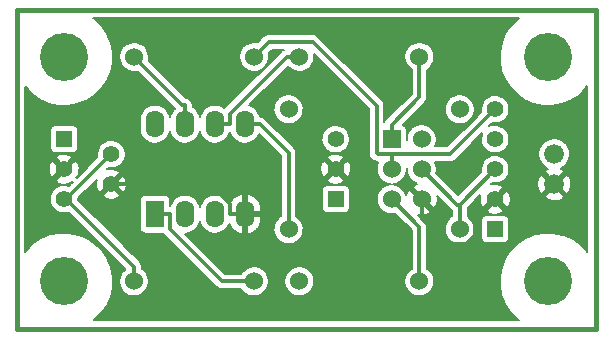
<source format=gbl>
G04 (created by PCBNEW-RS274X (2012-jan-04)-stable) date Sun 25 Mar 2012 06:39:35 PM CEST*
G01*
G70*
G90*
%MOIN*%
G04 Gerber Fmt 3.4, Leading zero omitted, Abs format*
%FSLAX34Y34*%
G04 APERTURE LIST*
%ADD10C,0.008000*%
%ADD11C,0.015000*%
%ADD12C,0.066000*%
%ADD13C,0.160000*%
%ADD14R,0.055000X0.055000*%
%ADD15C,0.055000*%
%ADD16R,0.060000X0.060000*%
%ADD17C,0.060000*%
%ADD18R,0.062000X0.090000*%
%ADD19O,0.062000X0.090000*%
%ADD20C,0.012000*%
G04 APERTURE END LIST*
G54D10*
G54D11*
X38976Y-12795D02*
X19684Y-12795D01*
X38976Y-23425D02*
X38976Y-12795D01*
X19684Y-23425D02*
X38976Y-23425D01*
X19684Y-12795D02*
X19684Y-23425D01*
G54D12*
X37598Y-17610D03*
X37598Y-18610D03*
G54D13*
X21259Y-14370D03*
G54D14*
X35630Y-20110D03*
G54D15*
X35630Y-19110D03*
X35630Y-18110D03*
X35630Y-17110D03*
X35630Y-16110D03*
G54D16*
X32177Y-17110D03*
G54D17*
X33177Y-17110D03*
X32177Y-18110D03*
X33177Y-18110D03*
X32177Y-19110D03*
X33177Y-19110D03*
G54D13*
X37401Y-21850D03*
X37401Y-14370D03*
X21259Y-21850D03*
G54D14*
X21260Y-17110D03*
G54D15*
X21260Y-18110D03*
X21260Y-19110D03*
G54D18*
X24287Y-19610D03*
G54D19*
X25287Y-19610D03*
X26287Y-19610D03*
X27287Y-19610D03*
X27287Y-16610D03*
X26287Y-16610D03*
X25287Y-16610D03*
X24287Y-16610D03*
G54D14*
X30315Y-19110D03*
G54D15*
X30315Y-18110D03*
X30315Y-17110D03*
G54D17*
X34449Y-20110D03*
X34449Y-16110D03*
X27590Y-14370D03*
X23590Y-14370D03*
X33102Y-21850D03*
X29102Y-21850D03*
X23591Y-21850D03*
X27591Y-21850D03*
X33102Y-14370D03*
X29102Y-14370D03*
G54D15*
X22835Y-17610D03*
X22835Y-18610D03*
G54D17*
X28740Y-16110D03*
X28740Y-20110D03*
G54D20*
X32177Y-17110D02*
X32177Y-16627D01*
X32177Y-16627D02*
X33102Y-15702D01*
X33102Y-15702D02*
X33102Y-14370D01*
X34358Y-19291D02*
X33177Y-18110D01*
X34449Y-19291D02*
X34358Y-19291D01*
X34449Y-20110D02*
X34449Y-19291D01*
X34449Y-19291D02*
X35630Y-18110D01*
X33102Y-20035D02*
X32177Y-19110D01*
X33102Y-21850D02*
X33102Y-20035D01*
X34130Y-17610D02*
X35630Y-16110D01*
X29552Y-13870D02*
X31677Y-15995D01*
X31677Y-15995D02*
X31677Y-17576D01*
X31711Y-17610D02*
X32177Y-17610D01*
X32177Y-17610D02*
X32177Y-18110D01*
X32177Y-17610D02*
X34130Y-17610D01*
X27590Y-14370D02*
X28090Y-13870D01*
X28090Y-13870D02*
X29552Y-13870D01*
X31677Y-17576D02*
X31711Y-17610D01*
X26794Y-19264D02*
X26794Y-19610D01*
X33177Y-19765D02*
X33177Y-19110D01*
X34955Y-20310D02*
X34660Y-20605D01*
X26140Y-18610D02*
X26794Y-19264D01*
X22835Y-18610D02*
X26140Y-18610D01*
X34660Y-20605D02*
X34017Y-20605D01*
X34017Y-20605D02*
X33177Y-19765D01*
X27287Y-19610D02*
X26794Y-19610D01*
X35630Y-19110D02*
X34955Y-19785D01*
X34955Y-19785D02*
X34955Y-20310D01*
X24780Y-20103D02*
X26527Y-21850D01*
X24287Y-19610D02*
X24780Y-19610D01*
X24780Y-19610D02*
X24780Y-20103D01*
X26527Y-21850D02*
X27591Y-21850D01*
X28674Y-14370D02*
X29102Y-14370D01*
X26780Y-16264D02*
X28674Y-14370D01*
X26780Y-16610D02*
X26780Y-16264D01*
X26287Y-16610D02*
X26780Y-16610D01*
X25197Y-15977D02*
X23590Y-14370D01*
X25287Y-15977D02*
X25197Y-15977D01*
X25287Y-16610D02*
X25287Y-15977D01*
X27780Y-16610D02*
X28740Y-17570D01*
X27287Y-16610D02*
X27780Y-16610D01*
X28740Y-17570D02*
X28740Y-20110D01*
X21335Y-19110D02*
X21260Y-19110D01*
X22835Y-17610D02*
X21335Y-19110D01*
X23591Y-21850D02*
X23591Y-21366D01*
X23591Y-21366D02*
X21335Y-19110D01*
G54D10*
G36*
X38701Y-20868D02*
X38667Y-20818D01*
X38443Y-20591D01*
X38178Y-20413D01*
X38166Y-20407D01*
X38166Y-18574D01*
X38148Y-18464D01*
X38127Y-18408D01*
X38127Y-17558D01*
X38107Y-17456D01*
X38067Y-17360D01*
X38010Y-17274D01*
X37937Y-17200D01*
X37851Y-17142D01*
X37755Y-17102D01*
X37653Y-17081D01*
X37550Y-17081D01*
X37448Y-17100D01*
X37352Y-17139D01*
X37265Y-17196D01*
X37191Y-17268D01*
X37132Y-17354D01*
X37091Y-17449D01*
X37070Y-17551D01*
X37068Y-17655D01*
X37087Y-17757D01*
X37125Y-17853D01*
X37182Y-17940D01*
X37254Y-18015D01*
X37339Y-18074D01*
X37373Y-18089D01*
X37348Y-18099D01*
X37314Y-18116D01*
X37283Y-18210D01*
X37598Y-18525D01*
X37913Y-18210D01*
X37882Y-18116D01*
X37823Y-18089D01*
X37838Y-18084D01*
X37925Y-18029D01*
X38000Y-17957D01*
X38060Y-17872D01*
X38102Y-17778D01*
X38125Y-17676D01*
X38127Y-17558D01*
X38127Y-18408D01*
X38109Y-18360D01*
X38092Y-18326D01*
X37998Y-18295D01*
X37683Y-18610D01*
X37998Y-18925D01*
X38092Y-18894D01*
X38138Y-18793D01*
X38162Y-18685D01*
X38166Y-18574D01*
X38166Y-20407D01*
X37913Y-20300D01*
X37913Y-19010D01*
X37598Y-18695D01*
X37513Y-18780D01*
X37513Y-18610D01*
X37198Y-18295D01*
X37104Y-18326D01*
X37058Y-18427D01*
X37034Y-18535D01*
X37030Y-18646D01*
X37048Y-18756D01*
X37087Y-18860D01*
X37104Y-18894D01*
X37198Y-18925D01*
X37513Y-18610D01*
X37513Y-18780D01*
X37283Y-19010D01*
X37314Y-19104D01*
X37415Y-19150D01*
X37523Y-19174D01*
X37634Y-19178D01*
X37744Y-19160D01*
X37848Y-19121D01*
X37882Y-19104D01*
X37913Y-19010D01*
X37913Y-20300D01*
X37885Y-20289D01*
X37572Y-20225D01*
X37253Y-20223D01*
X36940Y-20283D01*
X36644Y-20402D01*
X36378Y-20576D01*
X36150Y-20800D01*
X36143Y-20810D01*
X36143Y-19072D01*
X36126Y-18973D01*
X36105Y-18918D01*
X36105Y-18063D01*
X36087Y-17972D01*
X36051Y-17886D01*
X36000Y-17808D01*
X35934Y-17742D01*
X35857Y-17690D01*
X35771Y-17654D01*
X35679Y-17635D01*
X35586Y-17635D01*
X35495Y-17652D01*
X35408Y-17687D01*
X35331Y-17738D01*
X35264Y-17804D01*
X35212Y-17880D01*
X35175Y-17966D01*
X35156Y-18057D01*
X35154Y-18150D01*
X35164Y-18207D01*
X34403Y-18968D01*
X33662Y-18227D01*
X33675Y-18173D01*
X33677Y-18061D01*
X33658Y-17965D01*
X33621Y-17874D01*
X33618Y-17870D01*
X34127Y-17870D01*
X34130Y-17870D01*
X34142Y-17868D01*
X34178Y-17866D01*
X34181Y-17865D01*
X34227Y-17851D01*
X34228Y-17850D01*
X34229Y-17850D01*
X34271Y-17828D01*
X34274Y-17827D01*
X34292Y-17811D01*
X34311Y-17797D01*
X34313Y-17794D01*
X34314Y-17794D01*
X35199Y-16908D01*
X35175Y-16966D01*
X35156Y-17057D01*
X35154Y-17150D01*
X35171Y-17242D01*
X35206Y-17329D01*
X35256Y-17407D01*
X35321Y-17474D01*
X35398Y-17527D01*
X35483Y-17564D01*
X35574Y-17584D01*
X35667Y-17586D01*
X35759Y-17570D01*
X35846Y-17536D01*
X35924Y-17486D01*
X35992Y-17422D01*
X36045Y-17345D01*
X36083Y-17260D01*
X36104Y-17169D01*
X36105Y-17063D01*
X36087Y-16972D01*
X36051Y-16886D01*
X36000Y-16808D01*
X35934Y-16742D01*
X35857Y-16690D01*
X35771Y-16654D01*
X35679Y-16635D01*
X35586Y-16635D01*
X35495Y-16652D01*
X35429Y-16678D01*
X35533Y-16574D01*
X35574Y-16584D01*
X35667Y-16586D01*
X35759Y-16570D01*
X35846Y-16536D01*
X35924Y-16486D01*
X35992Y-16422D01*
X36045Y-16345D01*
X36083Y-16260D01*
X36104Y-16169D01*
X36105Y-16063D01*
X36087Y-15972D01*
X36051Y-15886D01*
X36000Y-15808D01*
X35934Y-15742D01*
X35857Y-15690D01*
X35771Y-15654D01*
X35679Y-15635D01*
X35586Y-15635D01*
X35495Y-15652D01*
X35408Y-15687D01*
X35331Y-15738D01*
X35264Y-15804D01*
X35212Y-15880D01*
X35175Y-15966D01*
X35156Y-16057D01*
X35154Y-16150D01*
X35164Y-16207D01*
X34949Y-16422D01*
X34949Y-16061D01*
X34930Y-15965D01*
X34893Y-15874D01*
X34838Y-15792D01*
X34769Y-15723D01*
X34688Y-15668D01*
X34598Y-15630D01*
X34502Y-15610D01*
X34403Y-15610D01*
X34307Y-15628D01*
X34216Y-15665D01*
X34134Y-15718D01*
X34064Y-15787D01*
X34009Y-15868D01*
X33970Y-15958D01*
X33950Y-16054D01*
X33948Y-16152D01*
X33966Y-16248D01*
X34002Y-16340D01*
X34055Y-16422D01*
X34123Y-16493D01*
X34204Y-16549D01*
X34294Y-16588D01*
X34389Y-16609D01*
X34488Y-16611D01*
X34584Y-16594D01*
X34675Y-16558D01*
X34758Y-16506D01*
X34829Y-16438D01*
X34886Y-16358D01*
X34926Y-16269D01*
X34947Y-16173D01*
X34949Y-16061D01*
X34949Y-16422D01*
X34022Y-17350D01*
X33617Y-17350D01*
X33654Y-17269D01*
X33675Y-17173D01*
X33677Y-17061D01*
X33658Y-16965D01*
X33621Y-16874D01*
X33566Y-16792D01*
X33497Y-16723D01*
X33416Y-16668D01*
X33326Y-16630D01*
X33230Y-16610D01*
X33131Y-16610D01*
X33035Y-16628D01*
X32944Y-16665D01*
X32862Y-16718D01*
X32792Y-16787D01*
X32737Y-16868D01*
X32698Y-16958D01*
X32678Y-17054D01*
X32676Y-17152D01*
X32676Y-16790D01*
X32668Y-16752D01*
X32653Y-16716D01*
X32632Y-16683D01*
X32604Y-16656D01*
X32572Y-16634D01*
X32548Y-16624D01*
X33284Y-15888D01*
X33286Y-15886D01*
X33291Y-15879D01*
X33317Y-15849D01*
X33318Y-15846D01*
X33341Y-15804D01*
X33341Y-15803D01*
X33342Y-15802D01*
X33356Y-15756D01*
X33357Y-15754D01*
X33358Y-15735D01*
X33362Y-15706D01*
X33362Y-15702D01*
X33362Y-14796D01*
X33411Y-14766D01*
X33482Y-14698D01*
X33539Y-14618D01*
X33579Y-14529D01*
X33600Y-14433D01*
X33602Y-14321D01*
X33583Y-14225D01*
X33546Y-14134D01*
X33491Y-14052D01*
X33422Y-13983D01*
X33341Y-13928D01*
X33251Y-13890D01*
X33155Y-13870D01*
X33056Y-13870D01*
X32960Y-13888D01*
X32869Y-13925D01*
X32787Y-13978D01*
X32717Y-14047D01*
X32662Y-14128D01*
X32623Y-14218D01*
X32603Y-14314D01*
X32601Y-14412D01*
X32619Y-14508D01*
X32655Y-14600D01*
X32708Y-14682D01*
X32776Y-14753D01*
X32842Y-14798D01*
X32842Y-15594D01*
X31995Y-16441D01*
X31993Y-16443D01*
X31987Y-16449D01*
X31962Y-16480D01*
X31938Y-16525D01*
X31937Y-16525D01*
X31937Y-15998D01*
X31937Y-15995D01*
X31935Y-15983D01*
X31933Y-15947D01*
X31932Y-15944D01*
X31918Y-15898D01*
X31917Y-15896D01*
X31895Y-15853D01*
X31894Y-15851D01*
X31884Y-15839D01*
X31864Y-15814D01*
X31861Y-15811D01*
X29738Y-13688D01*
X29736Y-13686D01*
X29729Y-13680D01*
X29699Y-13655D01*
X29654Y-13631D01*
X29653Y-13630D01*
X29652Y-13630D01*
X29604Y-13615D01*
X29569Y-13611D01*
X29556Y-13610D01*
X29553Y-13610D01*
X29552Y-13610D01*
X28093Y-13610D01*
X28090Y-13610D01*
X28078Y-13611D01*
X28042Y-13614D01*
X27993Y-13629D01*
X27991Y-13629D01*
X27991Y-13630D01*
X27946Y-13653D01*
X27927Y-13668D01*
X27909Y-13683D01*
X27906Y-13686D01*
X27708Y-13883D01*
X27643Y-13870D01*
X27544Y-13870D01*
X27448Y-13888D01*
X27357Y-13925D01*
X27275Y-13978D01*
X27205Y-14047D01*
X27150Y-14128D01*
X27111Y-14218D01*
X27091Y-14314D01*
X27089Y-14412D01*
X27107Y-14508D01*
X27143Y-14600D01*
X27196Y-14682D01*
X27264Y-14753D01*
X27345Y-14809D01*
X27435Y-14848D01*
X27530Y-14869D01*
X27629Y-14871D01*
X27725Y-14854D01*
X27816Y-14818D01*
X27899Y-14766D01*
X27970Y-14698D01*
X28027Y-14618D01*
X28067Y-14529D01*
X28088Y-14433D01*
X28090Y-14321D01*
X28076Y-14251D01*
X28198Y-14130D01*
X28575Y-14130D01*
X28530Y-14153D01*
X28499Y-14179D01*
X28493Y-14184D01*
X28491Y-14186D01*
X28490Y-14187D01*
X26606Y-16069D01*
X26530Y-16018D01*
X26438Y-15979D01*
X26340Y-15959D01*
X26241Y-15959D01*
X26143Y-15977D01*
X26050Y-16015D01*
X25967Y-16069D01*
X25896Y-16139D01*
X25840Y-16221D01*
X25800Y-16313D01*
X25787Y-16375D01*
X25776Y-16319D01*
X25738Y-16227D01*
X25682Y-16144D01*
X25612Y-16074D01*
X25547Y-16029D01*
X25547Y-15979D01*
X25547Y-15977D01*
X25542Y-15928D01*
X25542Y-15926D01*
X25533Y-15898D01*
X25528Y-15880D01*
X25527Y-15878D01*
X25505Y-15835D01*
X25504Y-15833D01*
X25493Y-15820D01*
X25473Y-15795D01*
X25471Y-15794D01*
X25434Y-15762D01*
X25432Y-15761D01*
X25426Y-15758D01*
X25389Y-15738D01*
X25388Y-15737D01*
X25339Y-15722D01*
X25305Y-15718D01*
X24075Y-14488D01*
X24088Y-14433D01*
X24090Y-14321D01*
X24071Y-14225D01*
X24034Y-14134D01*
X23979Y-14052D01*
X23910Y-13983D01*
X23829Y-13928D01*
X23739Y-13890D01*
X23643Y-13870D01*
X23544Y-13870D01*
X23448Y-13888D01*
X23357Y-13925D01*
X23275Y-13978D01*
X23205Y-14047D01*
X23150Y-14128D01*
X23111Y-14218D01*
X23091Y-14314D01*
X23089Y-14412D01*
X23107Y-14508D01*
X23143Y-14600D01*
X23196Y-14682D01*
X23264Y-14753D01*
X23345Y-14809D01*
X23435Y-14848D01*
X23530Y-14869D01*
X23629Y-14871D01*
X23709Y-14856D01*
X24944Y-16091D01*
X24896Y-16139D01*
X24840Y-16221D01*
X24800Y-16313D01*
X24787Y-16375D01*
X24776Y-16319D01*
X24738Y-16227D01*
X24682Y-16144D01*
X24612Y-16074D01*
X24530Y-16018D01*
X24438Y-15979D01*
X24340Y-15959D01*
X24241Y-15959D01*
X24143Y-15977D01*
X24050Y-16015D01*
X23967Y-16069D01*
X23896Y-16139D01*
X23840Y-16221D01*
X23800Y-16313D01*
X23780Y-16410D01*
X23778Y-16510D01*
X23779Y-16803D01*
X23798Y-16901D01*
X23836Y-16993D01*
X23892Y-17076D01*
X23962Y-17146D01*
X24044Y-17202D01*
X24136Y-17241D01*
X24234Y-17261D01*
X24333Y-17261D01*
X24431Y-17243D01*
X24524Y-17205D01*
X24607Y-17151D01*
X24678Y-17081D01*
X24734Y-16999D01*
X24774Y-16907D01*
X24786Y-16844D01*
X24798Y-16901D01*
X24836Y-16993D01*
X24892Y-17076D01*
X24962Y-17146D01*
X25044Y-17202D01*
X25136Y-17241D01*
X25234Y-17261D01*
X25333Y-17261D01*
X25431Y-17243D01*
X25524Y-17205D01*
X25607Y-17151D01*
X25678Y-17081D01*
X25734Y-16999D01*
X25774Y-16907D01*
X25786Y-16844D01*
X25798Y-16901D01*
X25836Y-16993D01*
X25892Y-17076D01*
X25962Y-17146D01*
X26044Y-17202D01*
X26136Y-17241D01*
X26234Y-17261D01*
X26333Y-17261D01*
X26431Y-17243D01*
X26524Y-17205D01*
X26607Y-17151D01*
X26678Y-17081D01*
X26734Y-16999D01*
X26774Y-16907D01*
X26781Y-16869D01*
X26791Y-16868D01*
X26798Y-16901D01*
X26836Y-16993D01*
X26892Y-17076D01*
X26962Y-17146D01*
X27044Y-17202D01*
X27136Y-17241D01*
X27234Y-17261D01*
X27333Y-17261D01*
X27431Y-17243D01*
X27524Y-17205D01*
X27607Y-17151D01*
X27678Y-17081D01*
X27734Y-16999D01*
X27754Y-16952D01*
X28480Y-17677D01*
X28480Y-19682D01*
X28425Y-19718D01*
X28355Y-19787D01*
X28300Y-19868D01*
X28261Y-19958D01*
X28241Y-20054D01*
X28239Y-20152D01*
X28257Y-20248D01*
X28293Y-20340D01*
X28346Y-20422D01*
X28414Y-20493D01*
X28495Y-20549D01*
X28585Y-20588D01*
X28680Y-20609D01*
X28779Y-20611D01*
X28875Y-20594D01*
X28966Y-20558D01*
X29049Y-20506D01*
X29120Y-20438D01*
X29177Y-20358D01*
X29217Y-20269D01*
X29238Y-20173D01*
X29240Y-20061D01*
X29240Y-16061D01*
X29221Y-15965D01*
X29184Y-15874D01*
X29129Y-15792D01*
X29060Y-15723D01*
X28979Y-15668D01*
X28889Y-15630D01*
X28793Y-15610D01*
X28694Y-15610D01*
X28598Y-15628D01*
X28507Y-15665D01*
X28425Y-15718D01*
X28355Y-15787D01*
X28300Y-15868D01*
X28261Y-15958D01*
X28241Y-16054D01*
X28239Y-16152D01*
X28257Y-16248D01*
X28293Y-16340D01*
X28346Y-16422D01*
X28414Y-16493D01*
X28495Y-16549D01*
X28585Y-16588D01*
X28680Y-16609D01*
X28779Y-16611D01*
X28875Y-16594D01*
X28966Y-16558D01*
X29049Y-16506D01*
X29120Y-16438D01*
X29177Y-16358D01*
X29217Y-16269D01*
X29238Y-16173D01*
X29240Y-16061D01*
X29240Y-20061D01*
X29221Y-19965D01*
X29184Y-19874D01*
X29129Y-19792D01*
X29060Y-19723D01*
X29000Y-19682D01*
X29000Y-17572D01*
X29000Y-17570D01*
X28999Y-17562D01*
X28996Y-17521D01*
X28995Y-17519D01*
X28981Y-17473D01*
X28980Y-17471D01*
X28957Y-17426D01*
X28930Y-17395D01*
X28926Y-17389D01*
X28924Y-17387D01*
X28923Y-17386D01*
X27966Y-16428D01*
X27965Y-16427D01*
X27964Y-16426D01*
X27957Y-16420D01*
X27927Y-16395D01*
X27882Y-16371D01*
X27881Y-16370D01*
X27880Y-16370D01*
X27832Y-16355D01*
X27797Y-16351D01*
X27784Y-16350D01*
X27782Y-16350D01*
X27776Y-16319D01*
X27738Y-16227D01*
X27682Y-16144D01*
X27612Y-16074D01*
X27530Y-16018D01*
X27438Y-15979D01*
X27433Y-15978D01*
X28718Y-14692D01*
X28776Y-14753D01*
X28857Y-14809D01*
X28947Y-14848D01*
X29042Y-14869D01*
X29141Y-14871D01*
X29237Y-14854D01*
X29328Y-14818D01*
X29411Y-14766D01*
X29482Y-14698D01*
X29539Y-14618D01*
X29579Y-14529D01*
X29600Y-14433D01*
X29602Y-14321D01*
X29593Y-14279D01*
X31417Y-16103D01*
X31417Y-17573D01*
X31417Y-17576D01*
X31418Y-17588D01*
X31421Y-17624D01*
X31422Y-17627D01*
X31436Y-17673D01*
X31436Y-17674D01*
X31437Y-17675D01*
X31460Y-17720D01*
X31475Y-17738D01*
X31490Y-17757D01*
X31493Y-17760D01*
X31525Y-17792D01*
X31527Y-17794D01*
X31533Y-17799D01*
X31564Y-17825D01*
X31567Y-17826D01*
X31609Y-17849D01*
X31611Y-17850D01*
X31657Y-17864D01*
X31659Y-17865D01*
X31677Y-17866D01*
X31707Y-17870D01*
X31711Y-17870D01*
X31736Y-17870D01*
X31698Y-17958D01*
X31678Y-18054D01*
X31676Y-18152D01*
X31694Y-18248D01*
X31730Y-18340D01*
X31783Y-18422D01*
X31851Y-18493D01*
X31932Y-18549D01*
X32022Y-18588D01*
X32117Y-18609D01*
X32166Y-18610D01*
X32131Y-18610D01*
X32035Y-18628D01*
X31944Y-18665D01*
X31862Y-18718D01*
X31792Y-18787D01*
X31737Y-18868D01*
X31698Y-18958D01*
X31678Y-19054D01*
X31676Y-19152D01*
X31694Y-19248D01*
X31730Y-19340D01*
X31783Y-19422D01*
X31851Y-19493D01*
X31932Y-19549D01*
X32022Y-19588D01*
X32117Y-19609D01*
X32216Y-19611D01*
X32295Y-19596D01*
X32842Y-20143D01*
X32842Y-21422D01*
X32787Y-21458D01*
X32717Y-21527D01*
X32662Y-21608D01*
X32623Y-21698D01*
X32603Y-21794D01*
X32601Y-21892D01*
X32619Y-21988D01*
X32655Y-22080D01*
X32708Y-22162D01*
X32776Y-22233D01*
X32857Y-22289D01*
X32947Y-22328D01*
X33042Y-22349D01*
X33141Y-22351D01*
X33237Y-22334D01*
X33328Y-22298D01*
X33411Y-22246D01*
X33482Y-22178D01*
X33539Y-22098D01*
X33579Y-22009D01*
X33600Y-21913D01*
X33602Y-21801D01*
X33583Y-21705D01*
X33546Y-21614D01*
X33491Y-21532D01*
X33422Y-21463D01*
X33362Y-21422D01*
X33362Y-20038D01*
X33362Y-20035D01*
X33360Y-20023D01*
X33358Y-19987D01*
X33357Y-19984D01*
X33343Y-19938D01*
X33342Y-19936D01*
X33320Y-19893D01*
X33319Y-19891D01*
X33309Y-19879D01*
X33289Y-19854D01*
X33286Y-19851D01*
X33071Y-19636D01*
X33109Y-19645D01*
X33214Y-19647D01*
X33318Y-19630D01*
X33416Y-19592D01*
X33444Y-19579D01*
X33471Y-19489D01*
X33205Y-19223D01*
X33177Y-19195D01*
X33092Y-19110D01*
X33064Y-19082D01*
X32798Y-18816D01*
X32708Y-18843D01*
X32666Y-18940D01*
X32658Y-18965D01*
X32621Y-18874D01*
X32566Y-18792D01*
X32497Y-18723D01*
X32416Y-18668D01*
X32326Y-18630D01*
X32230Y-18610D01*
X32221Y-18610D01*
X32312Y-18594D01*
X32403Y-18558D01*
X32486Y-18506D01*
X32557Y-18438D01*
X32614Y-18358D01*
X32654Y-18269D01*
X32675Y-18173D01*
X32677Y-18061D01*
X32676Y-18152D01*
X32694Y-18248D01*
X32730Y-18340D01*
X32783Y-18422D01*
X32851Y-18493D01*
X32932Y-18549D01*
X33022Y-18588D01*
X33034Y-18590D01*
X32938Y-18628D01*
X32910Y-18641D01*
X32883Y-18731D01*
X33149Y-18997D01*
X33177Y-19025D01*
X33262Y-19110D01*
X33290Y-19138D01*
X33556Y-19404D01*
X33646Y-19377D01*
X33688Y-19280D01*
X33712Y-19178D01*
X33714Y-19073D01*
X33702Y-19003D01*
X34172Y-19473D01*
X34174Y-19475D01*
X34180Y-19480D01*
X34189Y-19487D01*
X34189Y-19682D01*
X34134Y-19718D01*
X34064Y-19787D01*
X34009Y-19868D01*
X33970Y-19958D01*
X33950Y-20054D01*
X33948Y-20152D01*
X33966Y-20248D01*
X34002Y-20340D01*
X34055Y-20422D01*
X34123Y-20493D01*
X34204Y-20549D01*
X34294Y-20588D01*
X34389Y-20609D01*
X34488Y-20611D01*
X34584Y-20594D01*
X34675Y-20558D01*
X34758Y-20506D01*
X34829Y-20438D01*
X34886Y-20358D01*
X34926Y-20269D01*
X34947Y-20173D01*
X34949Y-20061D01*
X34930Y-19965D01*
X34893Y-19874D01*
X34838Y-19792D01*
X34769Y-19723D01*
X34709Y-19682D01*
X34709Y-19399D01*
X35135Y-18972D01*
X35119Y-19048D01*
X35117Y-19148D01*
X35134Y-19247D01*
X35170Y-19341D01*
X35182Y-19362D01*
X35269Y-19386D01*
X35517Y-19138D01*
X35545Y-19110D01*
X35630Y-19025D01*
X35658Y-18997D01*
X35906Y-18749D01*
X35882Y-18662D01*
X35791Y-18621D01*
X35692Y-18599D01*
X35592Y-18597D01*
X35494Y-18613D01*
X35533Y-18574D01*
X35574Y-18584D01*
X35667Y-18586D01*
X35759Y-18570D01*
X35846Y-18536D01*
X35924Y-18486D01*
X35992Y-18422D01*
X36045Y-18345D01*
X36083Y-18260D01*
X36104Y-18169D01*
X36105Y-18063D01*
X36105Y-18918D01*
X36090Y-18879D01*
X36078Y-18858D01*
X35991Y-18834D01*
X35715Y-19110D01*
X35991Y-19386D01*
X36078Y-19362D01*
X36119Y-19271D01*
X36141Y-19172D01*
X36143Y-19072D01*
X36143Y-20810D01*
X36104Y-20867D01*
X36104Y-20405D01*
X36104Y-20366D01*
X36104Y-19815D01*
X36096Y-19777D01*
X36081Y-19741D01*
X36060Y-19708D01*
X36032Y-19681D01*
X36000Y-19659D01*
X35964Y-19644D01*
X35925Y-19636D01*
X35906Y-19636D01*
X35906Y-19471D01*
X35630Y-19195D01*
X35354Y-19471D01*
X35378Y-19558D01*
X35469Y-19599D01*
X35568Y-19621D01*
X35668Y-19623D01*
X35767Y-19606D01*
X35861Y-19570D01*
X35882Y-19558D01*
X35906Y-19471D01*
X35906Y-19636D01*
X35886Y-19636D01*
X35335Y-19636D01*
X35297Y-19644D01*
X35261Y-19659D01*
X35228Y-19680D01*
X35201Y-19708D01*
X35179Y-19740D01*
X35164Y-19776D01*
X35156Y-19815D01*
X35156Y-19854D01*
X35156Y-20405D01*
X35164Y-20443D01*
X35179Y-20479D01*
X35200Y-20512D01*
X35228Y-20539D01*
X35260Y-20561D01*
X35296Y-20576D01*
X35335Y-20584D01*
X35374Y-20584D01*
X35925Y-20584D01*
X35963Y-20576D01*
X35999Y-20561D01*
X36032Y-20540D01*
X36059Y-20512D01*
X36081Y-20480D01*
X36096Y-20444D01*
X36104Y-20405D01*
X36104Y-20867D01*
X35970Y-21063D01*
X35844Y-21356D01*
X35777Y-21667D01*
X35773Y-21986D01*
X35830Y-22300D01*
X35948Y-22596D01*
X36120Y-22864D01*
X36342Y-23094D01*
X36422Y-23150D01*
X30828Y-23150D01*
X30828Y-18072D01*
X30811Y-17973D01*
X30790Y-17918D01*
X30790Y-17063D01*
X30772Y-16972D01*
X30736Y-16886D01*
X30685Y-16808D01*
X30619Y-16742D01*
X30542Y-16690D01*
X30456Y-16654D01*
X30364Y-16635D01*
X30271Y-16635D01*
X30180Y-16652D01*
X30093Y-16687D01*
X30016Y-16738D01*
X29949Y-16804D01*
X29897Y-16880D01*
X29860Y-16966D01*
X29841Y-17057D01*
X29839Y-17150D01*
X29856Y-17242D01*
X29891Y-17329D01*
X29941Y-17407D01*
X30006Y-17474D01*
X30083Y-17527D01*
X30168Y-17564D01*
X30259Y-17584D01*
X30352Y-17586D01*
X30444Y-17570D01*
X30531Y-17536D01*
X30609Y-17486D01*
X30677Y-17422D01*
X30730Y-17345D01*
X30768Y-17260D01*
X30789Y-17169D01*
X30790Y-17063D01*
X30790Y-17918D01*
X30775Y-17879D01*
X30763Y-17858D01*
X30676Y-17834D01*
X30591Y-17919D01*
X30591Y-17749D01*
X30567Y-17662D01*
X30476Y-17621D01*
X30377Y-17599D01*
X30277Y-17597D01*
X30178Y-17614D01*
X30084Y-17650D01*
X30063Y-17662D01*
X30039Y-17749D01*
X30315Y-18025D01*
X30591Y-17749D01*
X30591Y-17919D01*
X30400Y-18110D01*
X30676Y-18386D01*
X30763Y-18362D01*
X30804Y-18271D01*
X30826Y-18172D01*
X30828Y-18072D01*
X30828Y-23150D01*
X30789Y-23150D01*
X30789Y-19405D01*
X30789Y-19366D01*
X30789Y-18815D01*
X30781Y-18777D01*
X30766Y-18741D01*
X30745Y-18708D01*
X30717Y-18681D01*
X30685Y-18659D01*
X30649Y-18644D01*
X30610Y-18636D01*
X30591Y-18636D01*
X30591Y-18471D01*
X30315Y-18195D01*
X30230Y-18280D01*
X30230Y-18110D01*
X29954Y-17834D01*
X29867Y-17858D01*
X29826Y-17949D01*
X29804Y-18048D01*
X29802Y-18148D01*
X29819Y-18247D01*
X29855Y-18341D01*
X29867Y-18362D01*
X29954Y-18386D01*
X30230Y-18110D01*
X30230Y-18280D01*
X30039Y-18471D01*
X30063Y-18558D01*
X30154Y-18599D01*
X30253Y-18621D01*
X30353Y-18623D01*
X30452Y-18606D01*
X30546Y-18570D01*
X30567Y-18558D01*
X30591Y-18471D01*
X30591Y-18636D01*
X30571Y-18636D01*
X30020Y-18636D01*
X29982Y-18644D01*
X29946Y-18659D01*
X29913Y-18680D01*
X29886Y-18708D01*
X29864Y-18740D01*
X29849Y-18776D01*
X29841Y-18815D01*
X29841Y-18854D01*
X29841Y-19405D01*
X29849Y-19443D01*
X29864Y-19479D01*
X29885Y-19512D01*
X29913Y-19539D01*
X29945Y-19561D01*
X29981Y-19576D01*
X30020Y-19584D01*
X30059Y-19584D01*
X30610Y-19584D01*
X30648Y-19576D01*
X30684Y-19561D01*
X30717Y-19540D01*
X30744Y-19512D01*
X30766Y-19480D01*
X30781Y-19444D01*
X30789Y-19405D01*
X30789Y-23150D01*
X29602Y-23150D01*
X29602Y-21801D01*
X29583Y-21705D01*
X29546Y-21614D01*
X29491Y-21532D01*
X29422Y-21463D01*
X29341Y-21408D01*
X29251Y-21370D01*
X29155Y-21350D01*
X29056Y-21350D01*
X28960Y-21368D01*
X28869Y-21405D01*
X28787Y-21458D01*
X28717Y-21527D01*
X28662Y-21608D01*
X28623Y-21698D01*
X28603Y-21794D01*
X28601Y-21892D01*
X28619Y-21988D01*
X28655Y-22080D01*
X28708Y-22162D01*
X28776Y-22233D01*
X28857Y-22289D01*
X28947Y-22328D01*
X29042Y-22349D01*
X29141Y-22351D01*
X29237Y-22334D01*
X29328Y-22298D01*
X29411Y-22246D01*
X29482Y-22178D01*
X29539Y-22098D01*
X29579Y-22009D01*
X29600Y-21913D01*
X29602Y-21801D01*
X29602Y-23150D01*
X28091Y-23150D01*
X28091Y-21801D01*
X28072Y-21705D01*
X28035Y-21614D01*
X27980Y-21532D01*
X27911Y-21463D01*
X27837Y-21412D01*
X27837Y-19760D01*
X27837Y-19670D01*
X27837Y-19550D01*
X27837Y-19460D01*
X27825Y-19353D01*
X27792Y-19251D01*
X27740Y-19157D01*
X27671Y-19075D01*
X27587Y-19008D01*
X27492Y-18959D01*
X27432Y-18940D01*
X27347Y-18984D01*
X27347Y-19550D01*
X27837Y-19550D01*
X27837Y-19670D01*
X27347Y-19670D01*
X27347Y-20236D01*
X27432Y-20280D01*
X27492Y-20261D01*
X27587Y-20212D01*
X27671Y-20145D01*
X27740Y-20063D01*
X27792Y-19969D01*
X27825Y-19867D01*
X27837Y-19760D01*
X27837Y-21412D01*
X27830Y-21408D01*
X27740Y-21370D01*
X27644Y-21350D01*
X27545Y-21350D01*
X27449Y-21368D01*
X27358Y-21405D01*
X27276Y-21458D01*
X27206Y-21527D01*
X27163Y-21590D01*
X26634Y-21590D01*
X25305Y-20261D01*
X25333Y-20261D01*
X25431Y-20243D01*
X25524Y-20205D01*
X25607Y-20151D01*
X25678Y-20081D01*
X25734Y-19999D01*
X25774Y-19907D01*
X25786Y-19844D01*
X25798Y-19901D01*
X25836Y-19993D01*
X25892Y-20076D01*
X25962Y-20146D01*
X26044Y-20202D01*
X26136Y-20241D01*
X26234Y-20261D01*
X26333Y-20261D01*
X26431Y-20243D01*
X26524Y-20205D01*
X26607Y-20151D01*
X26678Y-20081D01*
X26734Y-19999D01*
X26767Y-19922D01*
X26782Y-19969D01*
X26834Y-20063D01*
X26903Y-20145D01*
X26987Y-20212D01*
X27082Y-20261D01*
X27142Y-20280D01*
X27227Y-20236D01*
X27227Y-19710D01*
X27227Y-19670D01*
X27227Y-19550D01*
X27227Y-19510D01*
X27227Y-18984D01*
X27142Y-18940D01*
X27082Y-18959D01*
X26987Y-19008D01*
X26903Y-19075D01*
X26834Y-19157D01*
X26782Y-19251D01*
X26767Y-19297D01*
X26738Y-19227D01*
X26682Y-19144D01*
X26612Y-19074D01*
X26530Y-19018D01*
X26438Y-18979D01*
X26340Y-18959D01*
X26241Y-18959D01*
X26143Y-18977D01*
X26050Y-19015D01*
X25967Y-19069D01*
X25896Y-19139D01*
X25840Y-19221D01*
X25800Y-19313D01*
X25787Y-19375D01*
X25776Y-19319D01*
X25738Y-19227D01*
X25682Y-19144D01*
X25612Y-19074D01*
X25530Y-19018D01*
X25438Y-18979D01*
X25340Y-18959D01*
X25241Y-18959D01*
X25143Y-18977D01*
X25050Y-19015D01*
X24967Y-19069D01*
X24896Y-19139D01*
X24840Y-19221D01*
X24800Y-19313D01*
X24796Y-19332D01*
X24796Y-19140D01*
X24788Y-19102D01*
X24773Y-19066D01*
X24752Y-19033D01*
X24724Y-19006D01*
X24692Y-18984D01*
X24656Y-18969D01*
X24617Y-18961D01*
X24578Y-18961D01*
X23957Y-18961D01*
X23919Y-18969D01*
X23883Y-18984D01*
X23850Y-19005D01*
X23823Y-19033D01*
X23801Y-19065D01*
X23786Y-19101D01*
X23778Y-19140D01*
X23778Y-19179D01*
X23778Y-20080D01*
X23786Y-20118D01*
X23801Y-20154D01*
X23822Y-20187D01*
X23850Y-20214D01*
X23882Y-20236D01*
X23918Y-20251D01*
X23957Y-20259D01*
X23996Y-20259D01*
X24573Y-20259D01*
X24578Y-20265D01*
X24593Y-20284D01*
X24596Y-20287D01*
X26337Y-22027D01*
X26341Y-22032D01*
X26343Y-22033D01*
X26380Y-22065D01*
X26382Y-22066D01*
X26425Y-22089D01*
X26427Y-22089D01*
X26457Y-22099D01*
X26473Y-22104D01*
X26475Y-22105D01*
X26493Y-22106D01*
X26523Y-22110D01*
X26527Y-22110D01*
X27163Y-22110D01*
X27197Y-22162D01*
X27265Y-22233D01*
X27346Y-22289D01*
X27436Y-22328D01*
X27531Y-22349D01*
X27630Y-22351D01*
X27726Y-22334D01*
X27817Y-22298D01*
X27900Y-22246D01*
X27971Y-22178D01*
X28028Y-22098D01*
X28068Y-22009D01*
X28089Y-21913D01*
X28091Y-21801D01*
X28091Y-23150D01*
X24091Y-23150D01*
X24091Y-21801D01*
X24072Y-21705D01*
X24035Y-21614D01*
X23980Y-21532D01*
X23911Y-21463D01*
X23851Y-21422D01*
X23851Y-21368D01*
X23851Y-21366D01*
X23850Y-21357D01*
X23847Y-21318D01*
X23846Y-21315D01*
X23832Y-21269D01*
X23831Y-21267D01*
X23808Y-21222D01*
X23781Y-21191D01*
X23777Y-21185D01*
X23775Y-21183D01*
X23775Y-21182D01*
X23348Y-20755D01*
X23348Y-18572D01*
X23331Y-18473D01*
X23295Y-18379D01*
X23283Y-18358D01*
X23196Y-18334D01*
X22920Y-18610D01*
X23196Y-18886D01*
X23283Y-18862D01*
X23324Y-18771D01*
X23346Y-18672D01*
X23348Y-18572D01*
X23348Y-20755D01*
X23111Y-20518D01*
X23111Y-18971D01*
X22835Y-18695D01*
X22559Y-18971D01*
X22583Y-19058D01*
X22674Y-19099D01*
X22773Y-19121D01*
X22873Y-19123D01*
X22972Y-19106D01*
X23066Y-19070D01*
X23087Y-19058D01*
X23111Y-18971D01*
X23111Y-20518D01*
X21734Y-19141D01*
X21734Y-19078D01*
X22340Y-18472D01*
X22324Y-18548D01*
X22322Y-18648D01*
X22339Y-18747D01*
X22375Y-18841D01*
X22387Y-18862D01*
X22474Y-18886D01*
X22722Y-18638D01*
X22750Y-18610D01*
X22835Y-18525D01*
X22863Y-18497D01*
X23111Y-18249D01*
X23087Y-18162D01*
X22996Y-18121D01*
X22897Y-18099D01*
X22797Y-18097D01*
X22699Y-18113D01*
X22738Y-18074D01*
X22779Y-18084D01*
X22872Y-18086D01*
X22964Y-18070D01*
X23051Y-18036D01*
X23129Y-17986D01*
X23197Y-17922D01*
X23250Y-17845D01*
X23288Y-17760D01*
X23309Y-17669D01*
X23310Y-17563D01*
X23292Y-17472D01*
X23256Y-17386D01*
X23205Y-17308D01*
X23139Y-17242D01*
X23062Y-17190D01*
X22976Y-17154D01*
X22884Y-17135D01*
X22791Y-17135D01*
X22700Y-17152D01*
X22613Y-17187D01*
X22536Y-17238D01*
X22469Y-17304D01*
X22417Y-17380D01*
X22380Y-17466D01*
X22361Y-17557D01*
X22359Y-17650D01*
X22369Y-17707D01*
X21773Y-18303D01*
X21683Y-18392D01*
X21664Y-18373D01*
X21708Y-18362D01*
X21749Y-18271D01*
X21771Y-18172D01*
X21773Y-18072D01*
X21756Y-17973D01*
X21734Y-17915D01*
X21734Y-17405D01*
X21734Y-17366D01*
X21734Y-16815D01*
X21726Y-16777D01*
X21711Y-16741D01*
X21690Y-16708D01*
X21662Y-16681D01*
X21630Y-16659D01*
X21594Y-16644D01*
X21555Y-16636D01*
X21516Y-16636D01*
X20965Y-16636D01*
X20927Y-16644D01*
X20891Y-16659D01*
X20858Y-16680D01*
X20831Y-16708D01*
X20809Y-16740D01*
X20794Y-16776D01*
X20786Y-16815D01*
X20786Y-16854D01*
X20786Y-17405D01*
X20794Y-17443D01*
X20809Y-17479D01*
X20830Y-17512D01*
X20858Y-17539D01*
X20890Y-17561D01*
X20926Y-17576D01*
X20965Y-17584D01*
X21004Y-17584D01*
X21555Y-17584D01*
X21593Y-17576D01*
X21629Y-17561D01*
X21662Y-17540D01*
X21689Y-17512D01*
X21711Y-17480D01*
X21726Y-17444D01*
X21734Y-17405D01*
X21734Y-17915D01*
X21720Y-17879D01*
X21708Y-17858D01*
X21621Y-17834D01*
X21536Y-17919D01*
X21536Y-17749D01*
X21512Y-17662D01*
X21421Y-17621D01*
X21322Y-17599D01*
X21222Y-17597D01*
X21123Y-17614D01*
X21029Y-17650D01*
X21008Y-17662D01*
X20984Y-17749D01*
X21260Y-18025D01*
X21536Y-17749D01*
X21536Y-17919D01*
X21373Y-18082D01*
X21345Y-18110D01*
X21260Y-18195D01*
X21232Y-18223D01*
X21175Y-18280D01*
X21175Y-18110D01*
X20899Y-17834D01*
X20812Y-17858D01*
X20771Y-17949D01*
X20749Y-18048D01*
X20747Y-18148D01*
X20764Y-18247D01*
X20800Y-18341D01*
X20812Y-18362D01*
X20899Y-18386D01*
X21175Y-18110D01*
X21175Y-18280D01*
X20984Y-18471D01*
X21008Y-18558D01*
X21099Y-18599D01*
X21198Y-18621D01*
X21298Y-18623D01*
X21397Y-18606D01*
X21491Y-18570D01*
X21512Y-18558D01*
X21523Y-18514D01*
X21536Y-18527D01*
X21542Y-18533D01*
X21536Y-18540D01*
X21416Y-18660D01*
X21401Y-18654D01*
X21309Y-18635D01*
X21216Y-18635D01*
X21125Y-18652D01*
X21038Y-18687D01*
X20961Y-18738D01*
X20894Y-18804D01*
X20842Y-18880D01*
X20805Y-18966D01*
X20786Y-19057D01*
X20784Y-19150D01*
X20801Y-19242D01*
X20836Y-19329D01*
X20886Y-19407D01*
X20951Y-19474D01*
X21028Y-19527D01*
X21113Y-19564D01*
X21204Y-19584D01*
X21297Y-19586D01*
X21389Y-19570D01*
X21416Y-19559D01*
X23299Y-21442D01*
X23276Y-21458D01*
X23206Y-21527D01*
X23151Y-21608D01*
X23112Y-21698D01*
X23092Y-21794D01*
X23090Y-21892D01*
X23108Y-21988D01*
X23144Y-22080D01*
X23197Y-22162D01*
X23265Y-22233D01*
X23346Y-22289D01*
X23436Y-22328D01*
X23531Y-22349D01*
X23630Y-22351D01*
X23726Y-22334D01*
X23817Y-22298D01*
X23900Y-22246D01*
X23971Y-22178D01*
X24028Y-22098D01*
X24068Y-22009D01*
X24089Y-21913D01*
X24091Y-21801D01*
X24091Y-23150D01*
X22245Y-23150D01*
X22265Y-23138D01*
X22495Y-22918D01*
X22679Y-22657D01*
X22809Y-22366D01*
X22880Y-22055D01*
X22885Y-21691D01*
X22823Y-21378D01*
X22702Y-21083D01*
X22525Y-20818D01*
X22301Y-20591D01*
X22036Y-20413D01*
X21743Y-20289D01*
X21430Y-20225D01*
X21111Y-20223D01*
X20798Y-20283D01*
X20502Y-20402D01*
X20236Y-20576D01*
X20008Y-20800D01*
X19959Y-20871D01*
X19959Y-15354D01*
X19978Y-15384D01*
X20200Y-15614D01*
X20462Y-15796D01*
X20754Y-15924D01*
X21065Y-15992D01*
X21384Y-15999D01*
X21698Y-15944D01*
X21995Y-15828D01*
X22265Y-15658D01*
X22495Y-15438D01*
X22679Y-15177D01*
X22809Y-14886D01*
X22880Y-14575D01*
X22885Y-14211D01*
X22823Y-13898D01*
X22702Y-13603D01*
X22525Y-13338D01*
X22301Y-13111D01*
X22239Y-13070D01*
X36417Y-13070D01*
X36378Y-13096D01*
X36150Y-13320D01*
X35970Y-13583D01*
X35844Y-13876D01*
X35777Y-14187D01*
X35773Y-14506D01*
X35830Y-14820D01*
X35948Y-15116D01*
X36120Y-15384D01*
X36342Y-15614D01*
X36604Y-15796D01*
X36896Y-15924D01*
X37207Y-15992D01*
X37526Y-15999D01*
X37840Y-15944D01*
X38137Y-15828D01*
X38407Y-15658D01*
X38637Y-15438D01*
X38701Y-15347D01*
X38701Y-20868D01*
X38701Y-20868D01*
G37*
X38701Y-20868D02*
X38667Y-20818D01*
X38443Y-20591D01*
X38178Y-20413D01*
X38166Y-20407D01*
X38166Y-18574D01*
X38148Y-18464D01*
X38127Y-18408D01*
X38127Y-17558D01*
X38107Y-17456D01*
X38067Y-17360D01*
X38010Y-17274D01*
X37937Y-17200D01*
X37851Y-17142D01*
X37755Y-17102D01*
X37653Y-17081D01*
X37550Y-17081D01*
X37448Y-17100D01*
X37352Y-17139D01*
X37265Y-17196D01*
X37191Y-17268D01*
X37132Y-17354D01*
X37091Y-17449D01*
X37070Y-17551D01*
X37068Y-17655D01*
X37087Y-17757D01*
X37125Y-17853D01*
X37182Y-17940D01*
X37254Y-18015D01*
X37339Y-18074D01*
X37373Y-18089D01*
X37348Y-18099D01*
X37314Y-18116D01*
X37283Y-18210D01*
X37598Y-18525D01*
X37913Y-18210D01*
X37882Y-18116D01*
X37823Y-18089D01*
X37838Y-18084D01*
X37925Y-18029D01*
X38000Y-17957D01*
X38060Y-17872D01*
X38102Y-17778D01*
X38125Y-17676D01*
X38127Y-17558D01*
X38127Y-18408D01*
X38109Y-18360D01*
X38092Y-18326D01*
X37998Y-18295D01*
X37683Y-18610D01*
X37998Y-18925D01*
X38092Y-18894D01*
X38138Y-18793D01*
X38162Y-18685D01*
X38166Y-18574D01*
X38166Y-20407D01*
X37913Y-20300D01*
X37913Y-19010D01*
X37598Y-18695D01*
X37513Y-18780D01*
X37513Y-18610D01*
X37198Y-18295D01*
X37104Y-18326D01*
X37058Y-18427D01*
X37034Y-18535D01*
X37030Y-18646D01*
X37048Y-18756D01*
X37087Y-18860D01*
X37104Y-18894D01*
X37198Y-18925D01*
X37513Y-18610D01*
X37513Y-18780D01*
X37283Y-19010D01*
X37314Y-19104D01*
X37415Y-19150D01*
X37523Y-19174D01*
X37634Y-19178D01*
X37744Y-19160D01*
X37848Y-19121D01*
X37882Y-19104D01*
X37913Y-19010D01*
X37913Y-20300D01*
X37885Y-20289D01*
X37572Y-20225D01*
X37253Y-20223D01*
X36940Y-20283D01*
X36644Y-20402D01*
X36378Y-20576D01*
X36150Y-20800D01*
X36143Y-20810D01*
X36143Y-19072D01*
X36126Y-18973D01*
X36105Y-18918D01*
X36105Y-18063D01*
X36087Y-17972D01*
X36051Y-17886D01*
X36000Y-17808D01*
X35934Y-17742D01*
X35857Y-17690D01*
X35771Y-17654D01*
X35679Y-17635D01*
X35586Y-17635D01*
X35495Y-17652D01*
X35408Y-17687D01*
X35331Y-17738D01*
X35264Y-17804D01*
X35212Y-17880D01*
X35175Y-17966D01*
X35156Y-18057D01*
X35154Y-18150D01*
X35164Y-18207D01*
X34403Y-18968D01*
X33662Y-18227D01*
X33675Y-18173D01*
X33677Y-18061D01*
X33658Y-17965D01*
X33621Y-17874D01*
X33618Y-17870D01*
X34127Y-17870D01*
X34130Y-17870D01*
X34142Y-17868D01*
X34178Y-17866D01*
X34181Y-17865D01*
X34227Y-17851D01*
X34228Y-17850D01*
X34229Y-17850D01*
X34271Y-17828D01*
X34274Y-17827D01*
X34292Y-17811D01*
X34311Y-17797D01*
X34313Y-17794D01*
X34314Y-17794D01*
X35199Y-16908D01*
X35175Y-16966D01*
X35156Y-17057D01*
X35154Y-17150D01*
X35171Y-17242D01*
X35206Y-17329D01*
X35256Y-17407D01*
X35321Y-17474D01*
X35398Y-17527D01*
X35483Y-17564D01*
X35574Y-17584D01*
X35667Y-17586D01*
X35759Y-17570D01*
X35846Y-17536D01*
X35924Y-17486D01*
X35992Y-17422D01*
X36045Y-17345D01*
X36083Y-17260D01*
X36104Y-17169D01*
X36105Y-17063D01*
X36087Y-16972D01*
X36051Y-16886D01*
X36000Y-16808D01*
X35934Y-16742D01*
X35857Y-16690D01*
X35771Y-16654D01*
X35679Y-16635D01*
X35586Y-16635D01*
X35495Y-16652D01*
X35429Y-16678D01*
X35533Y-16574D01*
X35574Y-16584D01*
X35667Y-16586D01*
X35759Y-16570D01*
X35846Y-16536D01*
X35924Y-16486D01*
X35992Y-16422D01*
X36045Y-16345D01*
X36083Y-16260D01*
X36104Y-16169D01*
X36105Y-16063D01*
X36087Y-15972D01*
X36051Y-15886D01*
X36000Y-15808D01*
X35934Y-15742D01*
X35857Y-15690D01*
X35771Y-15654D01*
X35679Y-15635D01*
X35586Y-15635D01*
X35495Y-15652D01*
X35408Y-15687D01*
X35331Y-15738D01*
X35264Y-15804D01*
X35212Y-15880D01*
X35175Y-15966D01*
X35156Y-16057D01*
X35154Y-16150D01*
X35164Y-16207D01*
X34949Y-16422D01*
X34949Y-16061D01*
X34930Y-15965D01*
X34893Y-15874D01*
X34838Y-15792D01*
X34769Y-15723D01*
X34688Y-15668D01*
X34598Y-15630D01*
X34502Y-15610D01*
X34403Y-15610D01*
X34307Y-15628D01*
X34216Y-15665D01*
X34134Y-15718D01*
X34064Y-15787D01*
X34009Y-15868D01*
X33970Y-15958D01*
X33950Y-16054D01*
X33948Y-16152D01*
X33966Y-16248D01*
X34002Y-16340D01*
X34055Y-16422D01*
X34123Y-16493D01*
X34204Y-16549D01*
X34294Y-16588D01*
X34389Y-16609D01*
X34488Y-16611D01*
X34584Y-16594D01*
X34675Y-16558D01*
X34758Y-16506D01*
X34829Y-16438D01*
X34886Y-16358D01*
X34926Y-16269D01*
X34947Y-16173D01*
X34949Y-16061D01*
X34949Y-16422D01*
X34022Y-17350D01*
X33617Y-17350D01*
X33654Y-17269D01*
X33675Y-17173D01*
X33677Y-17061D01*
X33658Y-16965D01*
X33621Y-16874D01*
X33566Y-16792D01*
X33497Y-16723D01*
X33416Y-16668D01*
X33326Y-16630D01*
X33230Y-16610D01*
X33131Y-16610D01*
X33035Y-16628D01*
X32944Y-16665D01*
X32862Y-16718D01*
X32792Y-16787D01*
X32737Y-16868D01*
X32698Y-16958D01*
X32678Y-17054D01*
X32676Y-17152D01*
X32676Y-16790D01*
X32668Y-16752D01*
X32653Y-16716D01*
X32632Y-16683D01*
X32604Y-16656D01*
X32572Y-16634D01*
X32548Y-16624D01*
X33284Y-15888D01*
X33286Y-15886D01*
X33291Y-15879D01*
X33317Y-15849D01*
X33318Y-15846D01*
X33341Y-15804D01*
X33341Y-15803D01*
X33342Y-15802D01*
X33356Y-15756D01*
X33357Y-15754D01*
X33358Y-15735D01*
X33362Y-15706D01*
X33362Y-15702D01*
X33362Y-14796D01*
X33411Y-14766D01*
X33482Y-14698D01*
X33539Y-14618D01*
X33579Y-14529D01*
X33600Y-14433D01*
X33602Y-14321D01*
X33583Y-14225D01*
X33546Y-14134D01*
X33491Y-14052D01*
X33422Y-13983D01*
X33341Y-13928D01*
X33251Y-13890D01*
X33155Y-13870D01*
X33056Y-13870D01*
X32960Y-13888D01*
X32869Y-13925D01*
X32787Y-13978D01*
X32717Y-14047D01*
X32662Y-14128D01*
X32623Y-14218D01*
X32603Y-14314D01*
X32601Y-14412D01*
X32619Y-14508D01*
X32655Y-14600D01*
X32708Y-14682D01*
X32776Y-14753D01*
X32842Y-14798D01*
X32842Y-15594D01*
X31995Y-16441D01*
X31993Y-16443D01*
X31987Y-16449D01*
X31962Y-16480D01*
X31938Y-16525D01*
X31937Y-16525D01*
X31937Y-15998D01*
X31937Y-15995D01*
X31935Y-15983D01*
X31933Y-15947D01*
X31932Y-15944D01*
X31918Y-15898D01*
X31917Y-15896D01*
X31895Y-15853D01*
X31894Y-15851D01*
X31884Y-15839D01*
X31864Y-15814D01*
X31861Y-15811D01*
X29738Y-13688D01*
X29736Y-13686D01*
X29729Y-13680D01*
X29699Y-13655D01*
X29654Y-13631D01*
X29653Y-13630D01*
X29652Y-13630D01*
X29604Y-13615D01*
X29569Y-13611D01*
X29556Y-13610D01*
X29553Y-13610D01*
X29552Y-13610D01*
X28093Y-13610D01*
X28090Y-13610D01*
X28078Y-13611D01*
X28042Y-13614D01*
X27993Y-13629D01*
X27991Y-13629D01*
X27991Y-13630D01*
X27946Y-13653D01*
X27927Y-13668D01*
X27909Y-13683D01*
X27906Y-13686D01*
X27708Y-13883D01*
X27643Y-13870D01*
X27544Y-13870D01*
X27448Y-13888D01*
X27357Y-13925D01*
X27275Y-13978D01*
X27205Y-14047D01*
X27150Y-14128D01*
X27111Y-14218D01*
X27091Y-14314D01*
X27089Y-14412D01*
X27107Y-14508D01*
X27143Y-14600D01*
X27196Y-14682D01*
X27264Y-14753D01*
X27345Y-14809D01*
X27435Y-14848D01*
X27530Y-14869D01*
X27629Y-14871D01*
X27725Y-14854D01*
X27816Y-14818D01*
X27899Y-14766D01*
X27970Y-14698D01*
X28027Y-14618D01*
X28067Y-14529D01*
X28088Y-14433D01*
X28090Y-14321D01*
X28076Y-14251D01*
X28198Y-14130D01*
X28575Y-14130D01*
X28530Y-14153D01*
X28499Y-14179D01*
X28493Y-14184D01*
X28491Y-14186D01*
X28490Y-14187D01*
X26606Y-16069D01*
X26530Y-16018D01*
X26438Y-15979D01*
X26340Y-15959D01*
X26241Y-15959D01*
X26143Y-15977D01*
X26050Y-16015D01*
X25967Y-16069D01*
X25896Y-16139D01*
X25840Y-16221D01*
X25800Y-16313D01*
X25787Y-16375D01*
X25776Y-16319D01*
X25738Y-16227D01*
X25682Y-16144D01*
X25612Y-16074D01*
X25547Y-16029D01*
X25547Y-15979D01*
X25547Y-15977D01*
X25542Y-15928D01*
X25542Y-15926D01*
X25533Y-15898D01*
X25528Y-15880D01*
X25527Y-15878D01*
X25505Y-15835D01*
X25504Y-15833D01*
X25493Y-15820D01*
X25473Y-15795D01*
X25471Y-15794D01*
X25434Y-15762D01*
X25432Y-15761D01*
X25426Y-15758D01*
X25389Y-15738D01*
X25388Y-15737D01*
X25339Y-15722D01*
X25305Y-15718D01*
X24075Y-14488D01*
X24088Y-14433D01*
X24090Y-14321D01*
X24071Y-14225D01*
X24034Y-14134D01*
X23979Y-14052D01*
X23910Y-13983D01*
X23829Y-13928D01*
X23739Y-13890D01*
X23643Y-13870D01*
X23544Y-13870D01*
X23448Y-13888D01*
X23357Y-13925D01*
X23275Y-13978D01*
X23205Y-14047D01*
X23150Y-14128D01*
X23111Y-14218D01*
X23091Y-14314D01*
X23089Y-14412D01*
X23107Y-14508D01*
X23143Y-14600D01*
X23196Y-14682D01*
X23264Y-14753D01*
X23345Y-14809D01*
X23435Y-14848D01*
X23530Y-14869D01*
X23629Y-14871D01*
X23709Y-14856D01*
X24944Y-16091D01*
X24896Y-16139D01*
X24840Y-16221D01*
X24800Y-16313D01*
X24787Y-16375D01*
X24776Y-16319D01*
X24738Y-16227D01*
X24682Y-16144D01*
X24612Y-16074D01*
X24530Y-16018D01*
X24438Y-15979D01*
X24340Y-15959D01*
X24241Y-15959D01*
X24143Y-15977D01*
X24050Y-16015D01*
X23967Y-16069D01*
X23896Y-16139D01*
X23840Y-16221D01*
X23800Y-16313D01*
X23780Y-16410D01*
X23778Y-16510D01*
X23779Y-16803D01*
X23798Y-16901D01*
X23836Y-16993D01*
X23892Y-17076D01*
X23962Y-17146D01*
X24044Y-17202D01*
X24136Y-17241D01*
X24234Y-17261D01*
X24333Y-17261D01*
X24431Y-17243D01*
X24524Y-17205D01*
X24607Y-17151D01*
X24678Y-17081D01*
X24734Y-16999D01*
X24774Y-16907D01*
X24786Y-16844D01*
X24798Y-16901D01*
X24836Y-16993D01*
X24892Y-17076D01*
X24962Y-17146D01*
X25044Y-17202D01*
X25136Y-17241D01*
X25234Y-17261D01*
X25333Y-17261D01*
X25431Y-17243D01*
X25524Y-17205D01*
X25607Y-17151D01*
X25678Y-17081D01*
X25734Y-16999D01*
X25774Y-16907D01*
X25786Y-16844D01*
X25798Y-16901D01*
X25836Y-16993D01*
X25892Y-17076D01*
X25962Y-17146D01*
X26044Y-17202D01*
X26136Y-17241D01*
X26234Y-17261D01*
X26333Y-17261D01*
X26431Y-17243D01*
X26524Y-17205D01*
X26607Y-17151D01*
X26678Y-17081D01*
X26734Y-16999D01*
X26774Y-16907D01*
X26781Y-16869D01*
X26791Y-16868D01*
X26798Y-16901D01*
X26836Y-16993D01*
X26892Y-17076D01*
X26962Y-17146D01*
X27044Y-17202D01*
X27136Y-17241D01*
X27234Y-17261D01*
X27333Y-17261D01*
X27431Y-17243D01*
X27524Y-17205D01*
X27607Y-17151D01*
X27678Y-17081D01*
X27734Y-16999D01*
X27754Y-16952D01*
X28480Y-17677D01*
X28480Y-19682D01*
X28425Y-19718D01*
X28355Y-19787D01*
X28300Y-19868D01*
X28261Y-19958D01*
X28241Y-20054D01*
X28239Y-20152D01*
X28257Y-20248D01*
X28293Y-20340D01*
X28346Y-20422D01*
X28414Y-20493D01*
X28495Y-20549D01*
X28585Y-20588D01*
X28680Y-20609D01*
X28779Y-20611D01*
X28875Y-20594D01*
X28966Y-20558D01*
X29049Y-20506D01*
X29120Y-20438D01*
X29177Y-20358D01*
X29217Y-20269D01*
X29238Y-20173D01*
X29240Y-20061D01*
X29240Y-16061D01*
X29221Y-15965D01*
X29184Y-15874D01*
X29129Y-15792D01*
X29060Y-15723D01*
X28979Y-15668D01*
X28889Y-15630D01*
X28793Y-15610D01*
X28694Y-15610D01*
X28598Y-15628D01*
X28507Y-15665D01*
X28425Y-15718D01*
X28355Y-15787D01*
X28300Y-15868D01*
X28261Y-15958D01*
X28241Y-16054D01*
X28239Y-16152D01*
X28257Y-16248D01*
X28293Y-16340D01*
X28346Y-16422D01*
X28414Y-16493D01*
X28495Y-16549D01*
X28585Y-16588D01*
X28680Y-16609D01*
X28779Y-16611D01*
X28875Y-16594D01*
X28966Y-16558D01*
X29049Y-16506D01*
X29120Y-16438D01*
X29177Y-16358D01*
X29217Y-16269D01*
X29238Y-16173D01*
X29240Y-16061D01*
X29240Y-20061D01*
X29221Y-19965D01*
X29184Y-19874D01*
X29129Y-19792D01*
X29060Y-19723D01*
X29000Y-19682D01*
X29000Y-17572D01*
X29000Y-17570D01*
X28999Y-17562D01*
X28996Y-17521D01*
X28995Y-17519D01*
X28981Y-17473D01*
X28980Y-17471D01*
X28957Y-17426D01*
X28930Y-17395D01*
X28926Y-17389D01*
X28924Y-17387D01*
X28923Y-17386D01*
X27966Y-16428D01*
X27965Y-16427D01*
X27964Y-16426D01*
X27957Y-16420D01*
X27927Y-16395D01*
X27882Y-16371D01*
X27881Y-16370D01*
X27880Y-16370D01*
X27832Y-16355D01*
X27797Y-16351D01*
X27784Y-16350D01*
X27782Y-16350D01*
X27776Y-16319D01*
X27738Y-16227D01*
X27682Y-16144D01*
X27612Y-16074D01*
X27530Y-16018D01*
X27438Y-15979D01*
X27433Y-15978D01*
X28718Y-14692D01*
X28776Y-14753D01*
X28857Y-14809D01*
X28947Y-14848D01*
X29042Y-14869D01*
X29141Y-14871D01*
X29237Y-14854D01*
X29328Y-14818D01*
X29411Y-14766D01*
X29482Y-14698D01*
X29539Y-14618D01*
X29579Y-14529D01*
X29600Y-14433D01*
X29602Y-14321D01*
X29593Y-14279D01*
X31417Y-16103D01*
X31417Y-17573D01*
X31417Y-17576D01*
X31418Y-17588D01*
X31421Y-17624D01*
X31422Y-17627D01*
X31436Y-17673D01*
X31436Y-17674D01*
X31437Y-17675D01*
X31460Y-17720D01*
X31475Y-17738D01*
X31490Y-17757D01*
X31493Y-17760D01*
X31525Y-17792D01*
X31527Y-17794D01*
X31533Y-17799D01*
X31564Y-17825D01*
X31567Y-17826D01*
X31609Y-17849D01*
X31611Y-17850D01*
X31657Y-17864D01*
X31659Y-17865D01*
X31677Y-17866D01*
X31707Y-17870D01*
X31711Y-17870D01*
X31736Y-17870D01*
X31698Y-17958D01*
X31678Y-18054D01*
X31676Y-18152D01*
X31694Y-18248D01*
X31730Y-18340D01*
X31783Y-18422D01*
X31851Y-18493D01*
X31932Y-18549D01*
X32022Y-18588D01*
X32117Y-18609D01*
X32166Y-18610D01*
X32131Y-18610D01*
X32035Y-18628D01*
X31944Y-18665D01*
X31862Y-18718D01*
X31792Y-18787D01*
X31737Y-18868D01*
X31698Y-18958D01*
X31678Y-19054D01*
X31676Y-19152D01*
X31694Y-19248D01*
X31730Y-19340D01*
X31783Y-19422D01*
X31851Y-19493D01*
X31932Y-19549D01*
X32022Y-19588D01*
X32117Y-19609D01*
X32216Y-19611D01*
X32295Y-19596D01*
X32842Y-20143D01*
X32842Y-21422D01*
X32787Y-21458D01*
X32717Y-21527D01*
X32662Y-21608D01*
X32623Y-21698D01*
X32603Y-21794D01*
X32601Y-21892D01*
X32619Y-21988D01*
X32655Y-22080D01*
X32708Y-22162D01*
X32776Y-22233D01*
X32857Y-22289D01*
X32947Y-22328D01*
X33042Y-22349D01*
X33141Y-22351D01*
X33237Y-22334D01*
X33328Y-22298D01*
X33411Y-22246D01*
X33482Y-22178D01*
X33539Y-22098D01*
X33579Y-22009D01*
X33600Y-21913D01*
X33602Y-21801D01*
X33583Y-21705D01*
X33546Y-21614D01*
X33491Y-21532D01*
X33422Y-21463D01*
X33362Y-21422D01*
X33362Y-20038D01*
X33362Y-20035D01*
X33360Y-20023D01*
X33358Y-19987D01*
X33357Y-19984D01*
X33343Y-19938D01*
X33342Y-19936D01*
X33320Y-19893D01*
X33319Y-19891D01*
X33309Y-19879D01*
X33289Y-19854D01*
X33286Y-19851D01*
X33071Y-19636D01*
X33109Y-19645D01*
X33214Y-19647D01*
X33318Y-19630D01*
X33416Y-19592D01*
X33444Y-19579D01*
X33471Y-19489D01*
X33205Y-19223D01*
X33177Y-19195D01*
X33092Y-19110D01*
X33064Y-19082D01*
X32798Y-18816D01*
X32708Y-18843D01*
X32666Y-18940D01*
X32658Y-18965D01*
X32621Y-18874D01*
X32566Y-18792D01*
X32497Y-18723D01*
X32416Y-18668D01*
X32326Y-18630D01*
X32230Y-18610D01*
X32221Y-18610D01*
X32312Y-18594D01*
X32403Y-18558D01*
X32486Y-18506D01*
X32557Y-18438D01*
X32614Y-18358D01*
X32654Y-18269D01*
X32675Y-18173D01*
X32677Y-18061D01*
X32676Y-18152D01*
X32694Y-18248D01*
X32730Y-18340D01*
X32783Y-18422D01*
X32851Y-18493D01*
X32932Y-18549D01*
X33022Y-18588D01*
X33034Y-18590D01*
X32938Y-18628D01*
X32910Y-18641D01*
X32883Y-18731D01*
X33149Y-18997D01*
X33177Y-19025D01*
X33262Y-19110D01*
X33290Y-19138D01*
X33556Y-19404D01*
X33646Y-19377D01*
X33688Y-19280D01*
X33712Y-19178D01*
X33714Y-19073D01*
X33702Y-19003D01*
X34172Y-19473D01*
X34174Y-19475D01*
X34180Y-19480D01*
X34189Y-19487D01*
X34189Y-19682D01*
X34134Y-19718D01*
X34064Y-19787D01*
X34009Y-19868D01*
X33970Y-19958D01*
X33950Y-20054D01*
X33948Y-20152D01*
X33966Y-20248D01*
X34002Y-20340D01*
X34055Y-20422D01*
X34123Y-20493D01*
X34204Y-20549D01*
X34294Y-20588D01*
X34389Y-20609D01*
X34488Y-20611D01*
X34584Y-20594D01*
X34675Y-20558D01*
X34758Y-20506D01*
X34829Y-20438D01*
X34886Y-20358D01*
X34926Y-20269D01*
X34947Y-20173D01*
X34949Y-20061D01*
X34930Y-19965D01*
X34893Y-19874D01*
X34838Y-19792D01*
X34769Y-19723D01*
X34709Y-19682D01*
X34709Y-19399D01*
X35135Y-18972D01*
X35119Y-19048D01*
X35117Y-19148D01*
X35134Y-19247D01*
X35170Y-19341D01*
X35182Y-19362D01*
X35269Y-19386D01*
X35517Y-19138D01*
X35545Y-19110D01*
X35630Y-19025D01*
X35658Y-18997D01*
X35906Y-18749D01*
X35882Y-18662D01*
X35791Y-18621D01*
X35692Y-18599D01*
X35592Y-18597D01*
X35494Y-18613D01*
X35533Y-18574D01*
X35574Y-18584D01*
X35667Y-18586D01*
X35759Y-18570D01*
X35846Y-18536D01*
X35924Y-18486D01*
X35992Y-18422D01*
X36045Y-18345D01*
X36083Y-18260D01*
X36104Y-18169D01*
X36105Y-18063D01*
X36105Y-18918D01*
X36090Y-18879D01*
X36078Y-18858D01*
X35991Y-18834D01*
X35715Y-19110D01*
X35991Y-19386D01*
X36078Y-19362D01*
X36119Y-19271D01*
X36141Y-19172D01*
X36143Y-19072D01*
X36143Y-20810D01*
X36104Y-20867D01*
X36104Y-20405D01*
X36104Y-20366D01*
X36104Y-19815D01*
X36096Y-19777D01*
X36081Y-19741D01*
X36060Y-19708D01*
X36032Y-19681D01*
X36000Y-19659D01*
X35964Y-19644D01*
X35925Y-19636D01*
X35906Y-19636D01*
X35906Y-19471D01*
X35630Y-19195D01*
X35354Y-19471D01*
X35378Y-19558D01*
X35469Y-19599D01*
X35568Y-19621D01*
X35668Y-19623D01*
X35767Y-19606D01*
X35861Y-19570D01*
X35882Y-19558D01*
X35906Y-19471D01*
X35906Y-19636D01*
X35886Y-19636D01*
X35335Y-19636D01*
X35297Y-19644D01*
X35261Y-19659D01*
X35228Y-19680D01*
X35201Y-19708D01*
X35179Y-19740D01*
X35164Y-19776D01*
X35156Y-19815D01*
X35156Y-19854D01*
X35156Y-20405D01*
X35164Y-20443D01*
X35179Y-20479D01*
X35200Y-20512D01*
X35228Y-20539D01*
X35260Y-20561D01*
X35296Y-20576D01*
X35335Y-20584D01*
X35374Y-20584D01*
X35925Y-20584D01*
X35963Y-20576D01*
X35999Y-20561D01*
X36032Y-20540D01*
X36059Y-20512D01*
X36081Y-20480D01*
X36096Y-20444D01*
X36104Y-20405D01*
X36104Y-20867D01*
X35970Y-21063D01*
X35844Y-21356D01*
X35777Y-21667D01*
X35773Y-21986D01*
X35830Y-22300D01*
X35948Y-22596D01*
X36120Y-22864D01*
X36342Y-23094D01*
X36422Y-23150D01*
X30828Y-23150D01*
X30828Y-18072D01*
X30811Y-17973D01*
X30790Y-17918D01*
X30790Y-17063D01*
X30772Y-16972D01*
X30736Y-16886D01*
X30685Y-16808D01*
X30619Y-16742D01*
X30542Y-16690D01*
X30456Y-16654D01*
X30364Y-16635D01*
X30271Y-16635D01*
X30180Y-16652D01*
X30093Y-16687D01*
X30016Y-16738D01*
X29949Y-16804D01*
X29897Y-16880D01*
X29860Y-16966D01*
X29841Y-17057D01*
X29839Y-17150D01*
X29856Y-17242D01*
X29891Y-17329D01*
X29941Y-17407D01*
X30006Y-17474D01*
X30083Y-17527D01*
X30168Y-17564D01*
X30259Y-17584D01*
X30352Y-17586D01*
X30444Y-17570D01*
X30531Y-17536D01*
X30609Y-17486D01*
X30677Y-17422D01*
X30730Y-17345D01*
X30768Y-17260D01*
X30789Y-17169D01*
X30790Y-17063D01*
X30790Y-17918D01*
X30775Y-17879D01*
X30763Y-17858D01*
X30676Y-17834D01*
X30591Y-17919D01*
X30591Y-17749D01*
X30567Y-17662D01*
X30476Y-17621D01*
X30377Y-17599D01*
X30277Y-17597D01*
X30178Y-17614D01*
X30084Y-17650D01*
X30063Y-17662D01*
X30039Y-17749D01*
X30315Y-18025D01*
X30591Y-17749D01*
X30591Y-17919D01*
X30400Y-18110D01*
X30676Y-18386D01*
X30763Y-18362D01*
X30804Y-18271D01*
X30826Y-18172D01*
X30828Y-18072D01*
X30828Y-23150D01*
X30789Y-23150D01*
X30789Y-19405D01*
X30789Y-19366D01*
X30789Y-18815D01*
X30781Y-18777D01*
X30766Y-18741D01*
X30745Y-18708D01*
X30717Y-18681D01*
X30685Y-18659D01*
X30649Y-18644D01*
X30610Y-18636D01*
X30591Y-18636D01*
X30591Y-18471D01*
X30315Y-18195D01*
X30230Y-18280D01*
X30230Y-18110D01*
X29954Y-17834D01*
X29867Y-17858D01*
X29826Y-17949D01*
X29804Y-18048D01*
X29802Y-18148D01*
X29819Y-18247D01*
X29855Y-18341D01*
X29867Y-18362D01*
X29954Y-18386D01*
X30230Y-18110D01*
X30230Y-18280D01*
X30039Y-18471D01*
X30063Y-18558D01*
X30154Y-18599D01*
X30253Y-18621D01*
X30353Y-18623D01*
X30452Y-18606D01*
X30546Y-18570D01*
X30567Y-18558D01*
X30591Y-18471D01*
X30591Y-18636D01*
X30571Y-18636D01*
X30020Y-18636D01*
X29982Y-18644D01*
X29946Y-18659D01*
X29913Y-18680D01*
X29886Y-18708D01*
X29864Y-18740D01*
X29849Y-18776D01*
X29841Y-18815D01*
X29841Y-18854D01*
X29841Y-19405D01*
X29849Y-19443D01*
X29864Y-19479D01*
X29885Y-19512D01*
X29913Y-19539D01*
X29945Y-19561D01*
X29981Y-19576D01*
X30020Y-19584D01*
X30059Y-19584D01*
X30610Y-19584D01*
X30648Y-19576D01*
X30684Y-19561D01*
X30717Y-19540D01*
X30744Y-19512D01*
X30766Y-19480D01*
X30781Y-19444D01*
X30789Y-19405D01*
X30789Y-23150D01*
X29602Y-23150D01*
X29602Y-21801D01*
X29583Y-21705D01*
X29546Y-21614D01*
X29491Y-21532D01*
X29422Y-21463D01*
X29341Y-21408D01*
X29251Y-21370D01*
X29155Y-21350D01*
X29056Y-21350D01*
X28960Y-21368D01*
X28869Y-21405D01*
X28787Y-21458D01*
X28717Y-21527D01*
X28662Y-21608D01*
X28623Y-21698D01*
X28603Y-21794D01*
X28601Y-21892D01*
X28619Y-21988D01*
X28655Y-22080D01*
X28708Y-22162D01*
X28776Y-22233D01*
X28857Y-22289D01*
X28947Y-22328D01*
X29042Y-22349D01*
X29141Y-22351D01*
X29237Y-22334D01*
X29328Y-22298D01*
X29411Y-22246D01*
X29482Y-22178D01*
X29539Y-22098D01*
X29579Y-22009D01*
X29600Y-21913D01*
X29602Y-21801D01*
X29602Y-23150D01*
X28091Y-23150D01*
X28091Y-21801D01*
X28072Y-21705D01*
X28035Y-21614D01*
X27980Y-21532D01*
X27911Y-21463D01*
X27837Y-21412D01*
X27837Y-19760D01*
X27837Y-19670D01*
X27837Y-19550D01*
X27837Y-19460D01*
X27825Y-19353D01*
X27792Y-19251D01*
X27740Y-19157D01*
X27671Y-19075D01*
X27587Y-19008D01*
X27492Y-18959D01*
X27432Y-18940D01*
X27347Y-18984D01*
X27347Y-19550D01*
X27837Y-19550D01*
X27837Y-19670D01*
X27347Y-19670D01*
X27347Y-20236D01*
X27432Y-20280D01*
X27492Y-20261D01*
X27587Y-20212D01*
X27671Y-20145D01*
X27740Y-20063D01*
X27792Y-19969D01*
X27825Y-19867D01*
X27837Y-19760D01*
X27837Y-21412D01*
X27830Y-21408D01*
X27740Y-21370D01*
X27644Y-21350D01*
X27545Y-21350D01*
X27449Y-21368D01*
X27358Y-21405D01*
X27276Y-21458D01*
X27206Y-21527D01*
X27163Y-21590D01*
X26634Y-21590D01*
X25305Y-20261D01*
X25333Y-20261D01*
X25431Y-20243D01*
X25524Y-20205D01*
X25607Y-20151D01*
X25678Y-20081D01*
X25734Y-19999D01*
X25774Y-19907D01*
X25786Y-19844D01*
X25798Y-19901D01*
X25836Y-19993D01*
X25892Y-20076D01*
X25962Y-20146D01*
X26044Y-20202D01*
X26136Y-20241D01*
X26234Y-20261D01*
X26333Y-20261D01*
X26431Y-20243D01*
X26524Y-20205D01*
X26607Y-20151D01*
X26678Y-20081D01*
X26734Y-19999D01*
X26767Y-19922D01*
X26782Y-19969D01*
X26834Y-20063D01*
X26903Y-20145D01*
X26987Y-20212D01*
X27082Y-20261D01*
X27142Y-20280D01*
X27227Y-20236D01*
X27227Y-19710D01*
X27227Y-19670D01*
X27227Y-19550D01*
X27227Y-19510D01*
X27227Y-18984D01*
X27142Y-18940D01*
X27082Y-18959D01*
X26987Y-19008D01*
X26903Y-19075D01*
X26834Y-19157D01*
X26782Y-19251D01*
X26767Y-19297D01*
X26738Y-19227D01*
X26682Y-19144D01*
X26612Y-19074D01*
X26530Y-19018D01*
X26438Y-18979D01*
X26340Y-18959D01*
X26241Y-18959D01*
X26143Y-18977D01*
X26050Y-19015D01*
X25967Y-19069D01*
X25896Y-19139D01*
X25840Y-19221D01*
X25800Y-19313D01*
X25787Y-19375D01*
X25776Y-19319D01*
X25738Y-19227D01*
X25682Y-19144D01*
X25612Y-19074D01*
X25530Y-19018D01*
X25438Y-18979D01*
X25340Y-18959D01*
X25241Y-18959D01*
X25143Y-18977D01*
X25050Y-19015D01*
X24967Y-19069D01*
X24896Y-19139D01*
X24840Y-19221D01*
X24800Y-19313D01*
X24796Y-19332D01*
X24796Y-19140D01*
X24788Y-19102D01*
X24773Y-19066D01*
X24752Y-19033D01*
X24724Y-19006D01*
X24692Y-18984D01*
X24656Y-18969D01*
X24617Y-18961D01*
X24578Y-18961D01*
X23957Y-18961D01*
X23919Y-18969D01*
X23883Y-18984D01*
X23850Y-19005D01*
X23823Y-19033D01*
X23801Y-19065D01*
X23786Y-19101D01*
X23778Y-19140D01*
X23778Y-19179D01*
X23778Y-20080D01*
X23786Y-20118D01*
X23801Y-20154D01*
X23822Y-20187D01*
X23850Y-20214D01*
X23882Y-20236D01*
X23918Y-20251D01*
X23957Y-20259D01*
X23996Y-20259D01*
X24573Y-20259D01*
X24578Y-20265D01*
X24593Y-20284D01*
X24596Y-20287D01*
X26337Y-22027D01*
X26341Y-22032D01*
X26343Y-22033D01*
X26380Y-22065D01*
X26382Y-22066D01*
X26425Y-22089D01*
X26427Y-22089D01*
X26457Y-22099D01*
X26473Y-22104D01*
X26475Y-22105D01*
X26493Y-22106D01*
X26523Y-22110D01*
X26527Y-22110D01*
X27163Y-22110D01*
X27197Y-22162D01*
X27265Y-22233D01*
X27346Y-22289D01*
X27436Y-22328D01*
X27531Y-22349D01*
X27630Y-22351D01*
X27726Y-22334D01*
X27817Y-22298D01*
X27900Y-22246D01*
X27971Y-22178D01*
X28028Y-22098D01*
X28068Y-22009D01*
X28089Y-21913D01*
X28091Y-21801D01*
X28091Y-23150D01*
X24091Y-23150D01*
X24091Y-21801D01*
X24072Y-21705D01*
X24035Y-21614D01*
X23980Y-21532D01*
X23911Y-21463D01*
X23851Y-21422D01*
X23851Y-21368D01*
X23851Y-21366D01*
X23850Y-21357D01*
X23847Y-21318D01*
X23846Y-21315D01*
X23832Y-21269D01*
X23831Y-21267D01*
X23808Y-21222D01*
X23781Y-21191D01*
X23777Y-21185D01*
X23775Y-21183D01*
X23775Y-21182D01*
X23348Y-20755D01*
X23348Y-18572D01*
X23331Y-18473D01*
X23295Y-18379D01*
X23283Y-18358D01*
X23196Y-18334D01*
X22920Y-18610D01*
X23196Y-18886D01*
X23283Y-18862D01*
X23324Y-18771D01*
X23346Y-18672D01*
X23348Y-18572D01*
X23348Y-20755D01*
X23111Y-20518D01*
X23111Y-18971D01*
X22835Y-18695D01*
X22559Y-18971D01*
X22583Y-19058D01*
X22674Y-19099D01*
X22773Y-19121D01*
X22873Y-19123D01*
X22972Y-19106D01*
X23066Y-19070D01*
X23087Y-19058D01*
X23111Y-18971D01*
X23111Y-20518D01*
X21734Y-19141D01*
X21734Y-19078D01*
X22340Y-18472D01*
X22324Y-18548D01*
X22322Y-18648D01*
X22339Y-18747D01*
X22375Y-18841D01*
X22387Y-18862D01*
X22474Y-18886D01*
X22722Y-18638D01*
X22750Y-18610D01*
X22835Y-18525D01*
X22863Y-18497D01*
X23111Y-18249D01*
X23087Y-18162D01*
X22996Y-18121D01*
X22897Y-18099D01*
X22797Y-18097D01*
X22699Y-18113D01*
X22738Y-18074D01*
X22779Y-18084D01*
X22872Y-18086D01*
X22964Y-18070D01*
X23051Y-18036D01*
X23129Y-17986D01*
X23197Y-17922D01*
X23250Y-17845D01*
X23288Y-17760D01*
X23309Y-17669D01*
X23310Y-17563D01*
X23292Y-17472D01*
X23256Y-17386D01*
X23205Y-17308D01*
X23139Y-17242D01*
X23062Y-17190D01*
X22976Y-17154D01*
X22884Y-17135D01*
X22791Y-17135D01*
X22700Y-17152D01*
X22613Y-17187D01*
X22536Y-17238D01*
X22469Y-17304D01*
X22417Y-17380D01*
X22380Y-17466D01*
X22361Y-17557D01*
X22359Y-17650D01*
X22369Y-17707D01*
X21773Y-18303D01*
X21683Y-18392D01*
X21664Y-18373D01*
X21708Y-18362D01*
X21749Y-18271D01*
X21771Y-18172D01*
X21773Y-18072D01*
X21756Y-17973D01*
X21734Y-17915D01*
X21734Y-17405D01*
X21734Y-17366D01*
X21734Y-16815D01*
X21726Y-16777D01*
X21711Y-16741D01*
X21690Y-16708D01*
X21662Y-16681D01*
X21630Y-16659D01*
X21594Y-16644D01*
X21555Y-16636D01*
X21516Y-16636D01*
X20965Y-16636D01*
X20927Y-16644D01*
X20891Y-16659D01*
X20858Y-16680D01*
X20831Y-16708D01*
X20809Y-16740D01*
X20794Y-16776D01*
X20786Y-16815D01*
X20786Y-16854D01*
X20786Y-17405D01*
X20794Y-17443D01*
X20809Y-17479D01*
X20830Y-17512D01*
X20858Y-17539D01*
X20890Y-17561D01*
X20926Y-17576D01*
X20965Y-17584D01*
X21004Y-17584D01*
X21555Y-17584D01*
X21593Y-17576D01*
X21629Y-17561D01*
X21662Y-17540D01*
X21689Y-17512D01*
X21711Y-17480D01*
X21726Y-17444D01*
X21734Y-17405D01*
X21734Y-17915D01*
X21720Y-17879D01*
X21708Y-17858D01*
X21621Y-17834D01*
X21536Y-17919D01*
X21536Y-17749D01*
X21512Y-17662D01*
X21421Y-17621D01*
X21322Y-17599D01*
X21222Y-17597D01*
X21123Y-17614D01*
X21029Y-17650D01*
X21008Y-17662D01*
X20984Y-17749D01*
X21260Y-18025D01*
X21536Y-17749D01*
X21536Y-17919D01*
X21373Y-18082D01*
X21345Y-18110D01*
X21260Y-18195D01*
X21232Y-18223D01*
X21175Y-18280D01*
X21175Y-18110D01*
X20899Y-17834D01*
X20812Y-17858D01*
X20771Y-17949D01*
X20749Y-18048D01*
X20747Y-18148D01*
X20764Y-18247D01*
X20800Y-18341D01*
X20812Y-18362D01*
X20899Y-18386D01*
X21175Y-18110D01*
X21175Y-18280D01*
X20984Y-18471D01*
X21008Y-18558D01*
X21099Y-18599D01*
X21198Y-18621D01*
X21298Y-18623D01*
X21397Y-18606D01*
X21491Y-18570D01*
X21512Y-18558D01*
X21523Y-18514D01*
X21536Y-18527D01*
X21542Y-18533D01*
X21536Y-18540D01*
X21416Y-18660D01*
X21401Y-18654D01*
X21309Y-18635D01*
X21216Y-18635D01*
X21125Y-18652D01*
X21038Y-18687D01*
X20961Y-18738D01*
X20894Y-18804D01*
X20842Y-18880D01*
X20805Y-18966D01*
X20786Y-19057D01*
X20784Y-19150D01*
X20801Y-19242D01*
X20836Y-19329D01*
X20886Y-19407D01*
X20951Y-19474D01*
X21028Y-19527D01*
X21113Y-19564D01*
X21204Y-19584D01*
X21297Y-19586D01*
X21389Y-19570D01*
X21416Y-19559D01*
X23299Y-21442D01*
X23276Y-21458D01*
X23206Y-21527D01*
X23151Y-21608D01*
X23112Y-21698D01*
X23092Y-21794D01*
X23090Y-21892D01*
X23108Y-21988D01*
X23144Y-22080D01*
X23197Y-22162D01*
X23265Y-22233D01*
X23346Y-22289D01*
X23436Y-22328D01*
X23531Y-22349D01*
X23630Y-22351D01*
X23726Y-22334D01*
X23817Y-22298D01*
X23900Y-22246D01*
X23971Y-22178D01*
X24028Y-22098D01*
X24068Y-22009D01*
X24089Y-21913D01*
X24091Y-21801D01*
X24091Y-23150D01*
X22245Y-23150D01*
X22265Y-23138D01*
X22495Y-22918D01*
X22679Y-22657D01*
X22809Y-22366D01*
X22880Y-22055D01*
X22885Y-21691D01*
X22823Y-21378D01*
X22702Y-21083D01*
X22525Y-20818D01*
X22301Y-20591D01*
X22036Y-20413D01*
X21743Y-20289D01*
X21430Y-20225D01*
X21111Y-20223D01*
X20798Y-20283D01*
X20502Y-20402D01*
X20236Y-20576D01*
X20008Y-20800D01*
X19959Y-20871D01*
X19959Y-15354D01*
X19978Y-15384D01*
X20200Y-15614D01*
X20462Y-15796D01*
X20754Y-15924D01*
X21065Y-15992D01*
X21384Y-15999D01*
X21698Y-15944D01*
X21995Y-15828D01*
X22265Y-15658D01*
X22495Y-15438D01*
X22679Y-15177D01*
X22809Y-14886D01*
X22880Y-14575D01*
X22885Y-14211D01*
X22823Y-13898D01*
X22702Y-13603D01*
X22525Y-13338D01*
X22301Y-13111D01*
X22239Y-13070D01*
X36417Y-13070D01*
X36378Y-13096D01*
X36150Y-13320D01*
X35970Y-13583D01*
X35844Y-13876D01*
X35777Y-14187D01*
X35773Y-14506D01*
X35830Y-14820D01*
X35948Y-15116D01*
X36120Y-15384D01*
X36342Y-15614D01*
X36604Y-15796D01*
X36896Y-15924D01*
X37207Y-15992D01*
X37526Y-15999D01*
X37840Y-15944D01*
X38137Y-15828D01*
X38407Y-15658D01*
X38637Y-15438D01*
X38701Y-15347D01*
X38701Y-20868D01*
M02*

</source>
